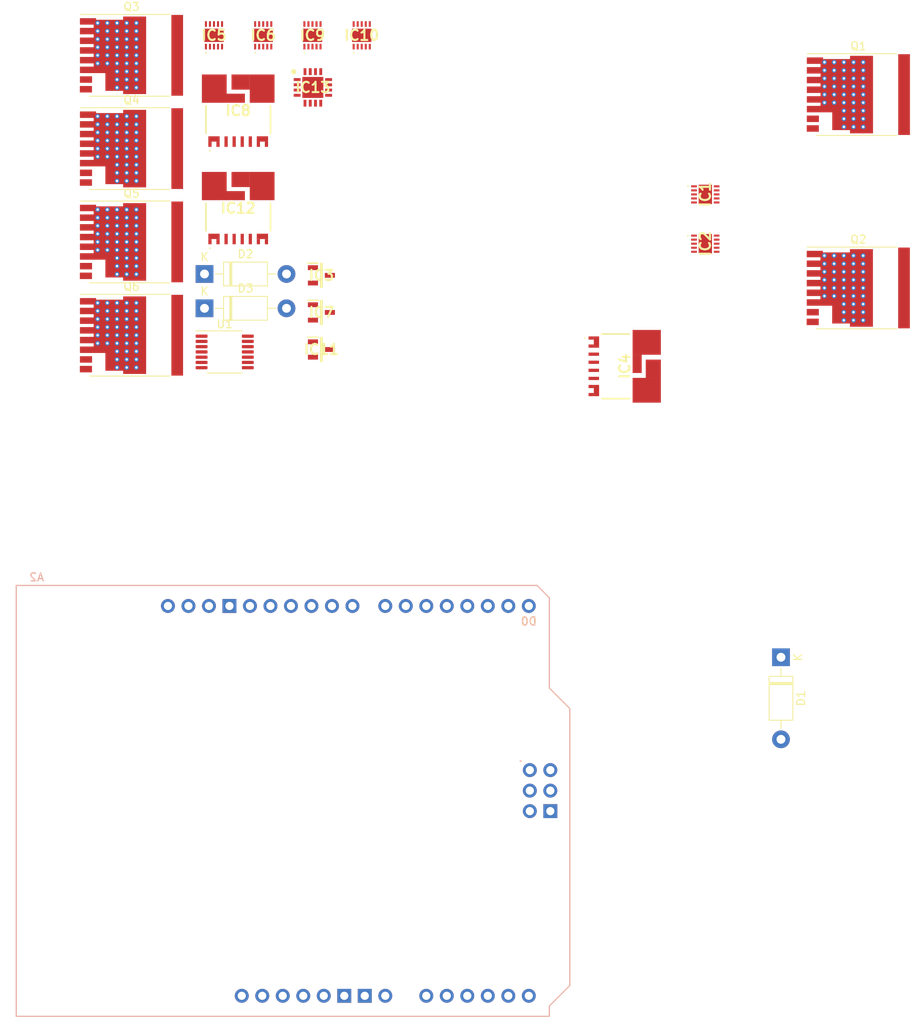
<source format=kicad_pcb>
(kicad_pcb (version 20221018) (generator pcbnew)
  (layers (0 "F.Cu" signal) (31 "B.Cu" signal) (34 "B.Paste" user) (35 "F.Paste" user) (36 "B.SilkS" user "B.Silkscreen") (37 "F.SilkS" user "F.Silkscreen") (38 "B.Mask" user) (39 "F.Mask" user) (44 "Edge.Cuts" user))
  (net 0 "")
  (net 1 "Net-(D1-K)")
  (net 2 "Net-(D1-A)")
  (net 3 "Net-(IC1-VSS)")
  (net 5 "Net-(IC1-OUT_SNK)")
  (net 6 "+48V")
  (net 7 "GND")
  (net 8 "Net-(IC2-OUT_SNK)")
  (net 14 "Net-(IC4-OCD2_1)")
  (net 23 "/V3.3")
  (net 24 "/A0")
  (net 25 "/A1")
  (net 29 "/PhaseA")
  (net 36 "/V5")
  (net 37 "/A2")
  (net 38 "/A4")
  (net 39 "/A5")
  (net 40 "/D1")
  (net 41 "/D3")
  (net 42 "/D4")
  (net 43 "/D5")
  (net 44 "/D6")
  (net 45 "/D7")
  (net 46 "/D8")
  (net 47 "/D9")
  (net 48 "/D10")
  (net 49 "/D11")
  (net 50 "/D12")
  (net 51 "/D13")
  (net 52 "+7.5V")
  (net 53 "Net-(D2-K)")
  (net 54 "Net-(D2-A)")
  (net 55 "Net-(D3-K)")
  (net 56 "Net-(D3-A)")
  (net 57 "Net-(IC1-CF-)")
  (net 58 "Net-(IC1-CF+)")
  (net 59 "Net-(IC1-VOFF_ADJ)")
  (net 60 "Net-(IC1-OUT_SRC)")
  (net 61 "Net-(IC1-VOFF)")
  (net 62 "Net-(IC2-CF-)")
  (net 63 "Net-(IC2-CF+)")
  (net 64 "Net-(IC2-VOFF_ADJ)")
  (net 65 "Net-(IC2-OUT_SRC)")
  (net 66 "Net-(IC2-VOFF)")
  (net 68 "Net-(IC5-CF-)")
  (net 69 "Net-(IC5-CF+)")
  (net 70 "Net-(IC5-VOFF_ADJ)")
  (net 72 "Net-(IC5-OUT_SNK)")
  (net 73 "Net-(IC5-OUT_SRC)")
  (net 74 "Net-(IC5-VOFF)")
  (net 75 "Net-(IC5-VSS)")
  (net 76 "Net-(IC6-CF-)")
  (net 77 "Net-(IC6-CF+)")
  (net 78 "Net-(IC6-VOFF_ADJ)")
  (net 79 "Net-(IC6-OUT_SNK)")
  (net 80 "Net-(IC6-OUT_SRC)")
  (net 81 "Net-(IC6-VOFF)")
  (net 82 "/A3_1")
  (net 83 "/A2_1")
  (net 86 "/PhaseB")
  (net 93 "Net-(IC9-CF-)")
  (net 94 "Net-(IC9-CF+)")
  (net 95 "Net-(IC9-VOFF_ADJ)")
  (net 97 "Net-(IC9-OUT_SNK)")
  (net 98 "Net-(IC9-OUT_SRC)")
  (net 99 "Net-(IC9-VOFF)")
  (net 100 "Net-(IC12-IP+_1)")
  (net 101 "Net-(IC10-CF-)")
  (net 102 "Net-(IC10-CF+)")
  (net 103 "Net-(IC10-VOFF_ADJ)")
  (net 104 "Net-(IC10-OUT_SNK)")
  (net 105 "Net-(IC10-OUT_SRC)")
  (net 106 "Net-(IC10-VOFF)")
  (net 107 "/A5_1")
  (net 108 "/A4_1")
  (net 111 "/PhaseC")
  (net 118 "Net-(IC13-VSS)")
  (net 132 "Net-(U1-VDD3V)")
  (footprint "SamacSys_Parts:1EDN7126GXTMA1" (layer "F.Cu") (at 67.94 32.225)
    (fp_text reference "IC6")
    (fp_text value "1EDN7126GXTMA1" hide)
  )
  (footprint "SamacSys_Parts:TLI4971A075T5UE0001XUMA1" (layer "F.Cu") (at 64.84 53.635)
    (fp_text reference "IC12")
    (fp_text value "TLI4971A075T5UE0001XUMA1" hide)
  )
  (footprint "Package_TO_SOT_SMD:Infineon_PG-HSOF-8-3_ThermalVias" (layer "F.Cu") (at 51.625 69.35)
    (fp_text reference "Q6")
    (fp_text value "IGT60R070D1")
  )
  (footprint "SamacSys_Parts:TLI4971A075T5UE0001XUMA1" (layer "F.Cu") (at 112.7 73.2 -90)
    (fp_text reference "IC4")
    (fp_text value "TLI4971A075T5UE0001XUMA1" hide)
  )
  (footprint "Package_TO_SOT_SMD:Infineon_PG-HSOF-8-3_ThermalVias" (layer "F.Cu") (at 51.625 34.7)
    (fp_text reference "Q3")
    (fp_text value "IGT60R070D1")
  )
  (footprint "PCM_arduino-library:Arduino_Uno_R4_Minima_Shield" (layer "F.Cu") (at 37.339881 153.67)
    (fp_text reference "A2")
    (fp_text value "Arduino_Uno_R4_Minima_Shield")
  )
  (footprint "SamacSys_Parts:1EDN7126GXTMA1" (layer "F.Cu") (at 61.84 32.225)
    (fp_text reference "IC5")
    (fp_text value "1EDN7126GXTMA1" hide)
  )
  (footprint "SamacSys_Parts:TLI4971A075T5UE0001XUMA1" (layer "F.Cu") (at 64.84 41.575)
    (fp_text reference "IC8")
    (fp_text value "TLI4971A075T5UE0001XUMA1" hide)
  )
  (footprint "SamacSys_Parts:1EDN7126GXTMA1" (layer "F.Cu") (at 122.705 51.92 -90)
    (fp_text reference "IC1")
    (fp_text value "1EDN7126GXTMA1" hide)
  )
  (footprint "SamacSys_Parts:SOT95P237X112-3N" (layer "F.Cu") (at 75.15 61.94)
    (fp_text reference "IC3")
    (fp_text value "TMP236AQDBZTQ1" hide)
  )
  (footprint "SamacSys_Parts:SOT95P237X112-3N" (layer "F.Cu") (at 75.15 66.53)
    (fp_text reference "IC7")
    (fp_text value "TMP236AQDBZTQ1" hide)
  )
  (footprint "Package_TO_SOT_SMD:Infineon_PG-HSOF-8-3_ThermalVias" (layer "F.Cu") (at 51.625 57.8)
    (fp_text reference "Q5")
    (fp_text value "IGT60R070D1")
  )
  (footprint "Diode_THT:D_DO-41_SOD81_P10.16mm_Horizontal" (layer "F.Cu") (at 132.08 109.22 -90)
    (fp_text reference "D1")
    (fp_text value "1N4001")
  )
  (footprint "SamacSys_Parts:1EDN7126GXTMA1" (layer "F.Cu") (at 122.705 58.02 -90)
    (fp_text reference "IC2")
    (fp_text value "1EDN7126GXTMA1" hide)
  )
  (footprint "Package_TO_SOT_SMD:Infineon_PG-HSOF-8-3_ThermalVias" (layer "F.Cu") (at 51.625 46.25)
    (fp_text reference "Q4")
    (fp_text value "IGT60R070D1")
  )
  (footprint "SamacSys_Parts:1EDN7126GXTMA1" (layer "F.Cu") (at 74.04 32.225)
    (fp_text reference "IC9")
    (fp_text value "1EDN7126GXTMA1" hide)
  )
  (footprint "SamacSys_Parts:SOT95P237X112-3N" (layer "F.Cu") (at 75.15 71.12)
    (fp_text reference "IC11")
    (fp_text value "TMP236AQDBZTQ1" hide)
  )
  (footprint "SamacSys_Parts:QFN65P400X400X80-17N-D" (layer "F.Cu") (at 74.0895 38.675)
    (fp_text reference "IC13")
    (fp_text value "TMUX6211RUMR" hide)
  )
  (footprint "Diode_THT:D_DO-41_SOD81_P10.16mm_Horizontal" (layer "F.Cu") (at 60.665 66.02)
    (fp_text reference "D3")
    (fp_text value "1N4001")
  )
  (footprint "Package_SO:TSSOP-14_4.4x5mm_P0.65mm" (layer "F.Cu") (at 63.165 71.42)
    (fp_text reference "U1")
    (fp_text value "AS5048B")
  )
  (footprint "Package_TO_SOT_SMD:Infineon_PG-HSOF-8-3_ThermalVias" (layer "F.Cu") (at 141.67 39.56)
    (fp_text reference "Q1")
    (fp_text value "IGT60R070D1")
  )
  (footprint "Diode_THT:D_DO-41_SOD81_P10.16mm_Horizontal" (layer "F.Cu") (at 60.665 61.77)
    (fp_text reference "D2")
    (fp_text value "1N4001")
  )
  (footprint "Package_TO_SOT_SMD:Infineon_PG-HSOF-8-3_ThermalVias" (layer "F.Cu") (at 141.66 63.5)
    (fp_text reference "Q2")
    (fp_text value "IGT60R070D1")
  )
  (footprint "SamacSys_Parts:1EDN7126GXTMA1" (layer "F.Cu") (at 80.14 32.225)
    (fp_text reference "IC10")
    (fp_text value "1EDN7126GXTMA1" hide)
  )
)
</source>
